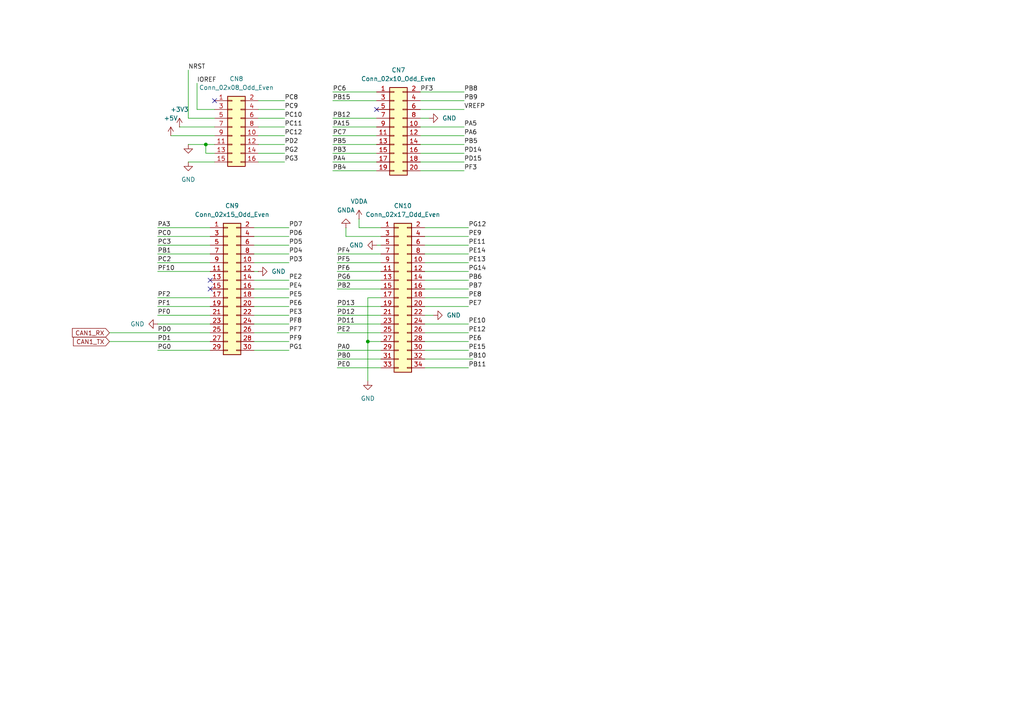
<source format=kicad_sch>
(kicad_sch (version 20231120) (generator "eeschema") (generator_version "8.0")
  (paper "A4")
  (lib_symbols
    (symbol "Connector_Generic:Conn_02x08_Odd_Even" (pin_names (offset 1.016) hide)
      (property "Reference" "J" (at 1.27 10.16 0))
      (property "Value" "Conn_02x08_Odd_Even" (at 1.27 -12.7 0))
      (symbol "Conn_02x08_Odd_Even_1_1"
        (rectangle (start -1.27 -10.033) (end 0 -10.287) (stroke (width 0.1524)))
        (rectangle (start -1.27 -7.493) (end 0 -7.747) (stroke (width 0.1524)))
        (rectangle (start -1.27 -4.953) (end 0 -5.207) (stroke (width 0.1524)))
        (rectangle (start -1.27 -2.413) (end 0 -2.667) (stroke (width 0.1524)))
        (rectangle (start -1.27 0.127) (end 0 -0.127) (stroke (width 0.1524)))
        (rectangle (start -1.27 2.667) (end 0 2.413) (stroke (width 0.1524)))
        (rectangle (start -1.27 5.207) (end 0 4.953) (stroke (width 0.1524)))
        (rectangle (start -1.27 7.747) (end 0 7.493) (stroke (width 0.1524)))
        (rectangle (start -1.27 8.89) (end 3.81 -11.43) (stroke (width 0.254)) (fill (type background)))
        (rectangle (start 3.81 -10.033) (end 2.54 -10.287) (stroke (width 0.1524)))
        (rectangle (start 3.81 -7.493) (end 2.54 -7.747) (stroke (width 0.1524)))
        (rectangle (start 3.81 -4.953) (end 2.54 -5.207) (stroke (width 0.1524)))
        (rectangle (start 3.81 -2.413) (end 2.54 -2.667) (stroke (width 0.1524)))
        (rectangle (start 3.81 0.127) (end 2.54 -0.127) (stroke (width 0.1524)))
        (rectangle (start 3.81 2.667) (end 2.54 2.413) (stroke (width 0.1524)))
        (rectangle (start 3.81 5.207) (end 2.54 4.953) (stroke (width 0.1524)))
        (rectangle (start 3.81 7.747) (end 2.54 7.493) (stroke (width 0.1524)))
        (pin passive line (at -5.08 7.62 0) (length 3.81) (name "Pin_1") (number "1"))
        (pin passive line (at 7.62 -2.54 180) (length 3.81) (name "Pin_10") (number "10"))
        (pin passive line (at -5.08 -5.08 0) (length 3.81) (name "Pin_11") (number "11"))
        (pin passive line (at 7.62 -5.08 180) (length 3.81) (name "Pin_12") (number "12"))
        (pin passive line (at -5.08 -7.62 0) (length 3.81) (name "Pin_13") (number "13"))
        (pin passive line (at 7.62 -7.62 180) (length 3.81) (name "Pin_14") (number "14"))
        (pin passive line (at -5.08 -10.16 0) (length 3.81) (name "Pin_15") (number "15"))
        (pin passive line (at 7.62 -10.16 180) (length 3.81) (name "Pin_16") (number "16"))
        (pin passive line (at 7.62 7.62 180) (length 3.81) (name "Pin_2") (number "2"))
        (pin passive line (at -5.08 5.08 0) (length 3.81) (name "Pin_3") (number "3"))
        (pin passive line (at 7.62 5.08 180) (length 3.81) (name "Pin_4") (number "4"))
        (pin passive line (at -5.08 2.54 0) (length 3.81) (name "Pin_5") (number "5"))
        (pin passive line (at 7.62 2.54 180) (length 3.81) (name "Pin_6") (number "6"))
        (pin passive line (at -5.08 0 0) (length 3.81) (name "Pin_7") (number "7"))
        (pin passive line (at 7.62 0 180) (length 3.81) (name "Pin_8") (number "8"))
        (pin passive line (at -5.08 -2.54 0) (length 3.81) (name "Pin_9") (number "9"))
      )
    )
    (symbol "Connector_Generic:Conn_02x10_Odd_Even" (pin_names (offset 1.016) hide)
      (property "Reference" "J" (at 1.27 12.7 0))
      (property "Value" "Conn_02x10_Odd_Even" (at 1.27 -15.24 0))
      (symbol "Conn_02x10_Odd_Even_1_1"
        (rectangle (start -1.27 -12.573) (end 0 -12.827) (stroke (width 0.1524)))
        (rectangle (start -1.27 -10.033) (end 0 -10.287) (stroke (width 0.1524)))
        (rectangle (start -1.27 -7.493) (end 0 -7.747) (stroke (width 0.1524)))
        (rectangle (start -1.27 -4.953) (end 0 -5.207) (stroke (width 0.1524)))
        (rectangle (start -1.27 -2.413) (end 0 -2.667) (stroke (width 0.1524)))
        (rectangle (start -1.27 0.127) (end 0 -0.127) (stroke (width 0.1524)))
        (rectangle (start -1.27 2.667) (end 0 2.413) (stroke (width 0.1524)))
        (rectangle (start -1.27 5.207) (end 0 4.953) (stroke (width 0.1524)))
        (rectangle (start -1.27 7.747) (end 0 7.493) (stroke (width 0.1524)))
        (rectangle (start -1.27 10.287) (end 0 10.033) (stroke (width 0.1524)))
        (rectangle (start -1.27 11.43) (end 3.81 -13.97) (stroke (width 0.254)) (fill (type background)))
        (rectangle (start 3.81 -12.573) (end 2.54 -12.827) (stroke (width 0.1524)))
        (rectangle (start 3.81 -10.033) (end 2.54 -10.287) (stroke (width 0.1524)))
        (rectangle (start 3.81 -7.493) (end 2.54 -7.747) (stroke (width 0.1524)))
        (rectangle (start 3.81 -4.953) (end 2.54 -5.207) (stroke (width 0.1524)))
        (rectangle (start 3.81 -2.413) (end 2.54 -2.667) (stroke (width 0.1524)))
        (rectangle (start 3.81 0.127) (end 2.54 -0.127) (stroke (width 0.1524)))
        (rectangle (start 3.81 2.667) (end 2.54 2.413) (stroke (width 0.1524)))
        (rectangle (start 3.81 5.207) (end 2.54 4.953) (stroke (width 0.1524)))
        (rectangle (start 3.81 7.747) (end 2.54 7.493) (stroke (width 0.1524)))
        (rectangle (start 3.81 10.287) (end 2.54 10.033) (stroke (width 0.1524)))
        (pin passive line (at -5.08 10.16 0) (length 3.81) (name "Pin_1") (number "1"))
        (pin passive line (at 7.62 0 180) (length 3.81) (name "Pin_10") (number "10"))
        (pin passive line (at -5.08 -2.54 0) (length 3.81) (name "Pin_11") (number "11"))
        (pin passive line (at 7.62 -2.54 180) (length 3.81) (name "Pin_12") (number "12"))
        (pin passive line (at -5.08 -5.08 0) (length 3.81) (name "Pin_13") (number "13"))
        (pin passive line (at 7.62 -5.08 180) (length 3.81) (name "Pin_14") (number "14"))
        (pin passive line (at -5.08 -7.62 0) (length 3.81) (name "Pin_15") (number "15"))
        (pin passive line (at 7.62 -7.62 180) (length 3.81) (name "Pin_16") (number "16"))
        (pin passive line (at -5.08 -10.16 0) (length 3.81) (name "Pin_17") (number "17"))
        (pin passive line (at 7.62 -10.16 180) (length 3.81) (name "Pin_18") (number "18"))
        (pin passive line (at -5.08 -12.7 0) (length 3.81) (name "Pin_19") (number "19"))
        (pin passive line (at 7.62 10.16 180) (length 3.81) (name "Pin_2") (number "2"))
        (pin passive line (at 7.62 -12.7 180) (length 3.81) (name "Pin_20") (number "20"))
        (pin passive line (at -5.08 7.62 0) (length 3.81) (name "Pin_3") (number "3"))
        (pin passive line (at 7.62 7.62 180) (length 3.81) (name "Pin_4") (number "4"))
        (pin passive line (at -5.08 5.08 0) (length 3.81) (name "Pin_5") (number "5"))
        (pin passive line (at 7.62 5.08 180) (length 3.81) (name "Pin_6") (number "6"))
        (pin passive line (at -5.08 2.54 0) (length 3.81) (name "Pin_7") (number "7"))
        (pin passive line (at 7.62 2.54 180) (length 3.81) (name "Pin_8") (number "8"))
        (pin passive line (at -5.08 0 0) (length 3.81) (name "Pin_9") (number "9"))
      )
    )
    (symbol "Connector_Generic:Conn_02x15_Odd_Even" (pin_names (offset 1.016) hide)
      (property "Reference" "J" (at 1.27 20.32 0))
      (property "Value" "Conn_02x15_Odd_Even" (at 1.27 -20.32 0))
      (symbol "Conn_02x15_Odd_Even_1_1"
        (rectangle (start -1.27 -17.653) (end 0 -17.907) (stroke (width 0.1524)))
        (rectangle (start -1.27 -15.113) (end 0 -15.367) (stroke (width 0.1524)))
        (rectangle (start -1.27 -12.573) (end 0 -12.827) (stroke (width 0.1524)))
        (rectangle (start -1.27 -10.033) (end 0 -10.287) (stroke (width 0.1524)))
        (rectangle (start -1.27 -7.493) (end 0 -7.747) (stroke (width 0.1524)))
        (rectangle (start -1.27 -4.953) (end 0 -5.207) (stroke (width 0.1524)))
        (rectangle (start -1.27 -2.413) (end 0 -2.667) (stroke (width 0.1524)))
        (rectangle (start -1.27 0.127) (end 0 -0.127) (stroke (width 0.1524)))
        (rectangle (start -1.27 2.667) (end 0 2.413) (stroke (width 0.1524)))
        (rectangle (start -1.27 5.207) (end 0 4.953) (stroke (width 0.1524)))
        (rectangle (start -1.27 7.747) (end 0 7.493) (stroke (width 0.1524)))
        (rectangle (start -1.27 10.287) (end 0 10.033) (stroke (width 0.1524)))
        (rectangle (start -1.27 12.827) (end 0 12.573) (stroke (width 0.1524)))
        (rectangle (start -1.27 15.367) (end 0 15.113) (stroke (width 0.1524)))
        (rectangle (start -1.27 17.907) (end 0 17.653) (stroke (width 0.1524)))
        (rectangle (start -1.27 19.05) (end 3.81 -19.05) (stroke (width 0.254)) (fill (type background)))
        (rectangle (start 3.81 -17.653) (end 2.54 -17.907) (stroke (width 0.1524)))
        (rectangle (start 3.81 -15.113) (end 2.54 -15.367) (stroke (width 0.1524)))
        (rectangle (start 3.81 -12.573) (end 2.54 -12.827) (stroke (width 0.1524)))
        (rectangle (start 3.81 -10.033) (end 2.54 -10.287) (stroke (width 0.1524)))
        (rectangle (start 3.81 -7.493) (end 2.54 -7.747) (stroke (width 0.1524)))
        (rectangle (start 3.81 -4.953) (end 2.54 -5.207) (stroke (width 0.1524)))
        (rectangle (start 3.81 -2.413) (end 2.54 -2.667) (stroke (width 0.1524)))
        (rectangle (start 3.81 0.127) (end 2.54 -0.127) (stroke (width 0.1524)))
        (rectangle (start 3.81 2.667) (end 2.54 2.413) (stroke (width 0.1524)))
        (rectangle (start 3.81 5.207) (end 2.54 4.953) (stroke (width 0.1524)))
        (rectangle (start 3.81 7.747) (end 2.54 7.493) (stroke (width 0.1524)))
        (rectangle (start 3.81 10.287) (end 2.54 10.033) (stroke (width 0.1524)))
        (rectangle (start 3.81 12.827) (end 2.54 12.573) (stroke (width 0.1524)))
        (rectangle (start 3.81 15.367) (end 2.54 15.113) (stroke (width 0.1524)))
        (rectangle (start 3.81 17.907) (end 2.54 17.653) (stroke (width 0.1524)))
        (pin passive line (at -5.08 17.78 0) (length 3.81) (name "Pin_1") (number "1"))
        (pin passive line (at 7.62 7.62 180) (length 3.81) (name "Pin_10") (number "10"))
        (pin passive line (at -5.08 5.08 0) (length 3.81) (name "Pin_11") (number "11"))
        (pin passive line (at 7.62 5.08 180) (length 3.81) (name "Pin_12") (number "12"))
        (pin passive line (at -5.08 2.54 0) (length 3.81) (name "Pin_13") (number "13"))
        (pin passive line (at 7.62 2.54 180) (length 3.81) (name "Pin_14") (number "14"))
        (pin passive line (at -5.08 0 0) (length 3.81) (name "Pin_15") (number "15"))
        (pin passive line (at 7.62 0 180) (length 3.81) (name "Pin_16") (number "16"))
        (pin passive line (at -5.08 -2.54 0) (length 3.81) (name "Pin_17") (number "17"))
        (pin passive line (at 7.62 -2.54 180) (length 3.81) (name "Pin_18") (number "18"))
        (pin passive line (at -5.08 -5.08 0) (length 3.81) (name "Pin_19") (number "19"))
        (pin passive line (at 7.62 17.78 180) (length 3.81) (name "Pin_2") (number "2"))
        (pin passive line (at 7.62 -5.08 180) (length 3.81) (name "Pin_20") (number "20"))
        (pin passive line (at -5.08 -7.62 0) (length 3.81) (name "Pin_21") (number "21"))
        (pin passive line (at 7.62 -7.62 180) (length 3.81) (name "Pin_22") (number "22"))
        (pin passive line (at -5.08 -10.16 0) (length 3.81) (name "Pin_23") (number "23"))
        (pin passive line (at 7.62 -10.16 180) (length 3.81) (name "Pin_24") (number "24"))
        (pin passive line (at -5.08 -12.7 0) (length 3.81) (name "Pin_25") (number "25"))
        (pin passive line (at 7.62 -12.7 180) (length 3.81) (name "Pin_26") (number "26"))
        (pin passive line (at -5.08 -15.24 0) (length 3.81) (name "Pin_27") (number "27"))
        (pin passive line (at 7.62 -15.24 180) (length 3.81) (name "Pin_28") (number "28"))
        (pin passive line (at -5.08 -17.78 0) (length 3.81) (name "Pin_29") (number "29"))
        (pin passive line (at -5.08 15.24 0) (length 3.81) (name "Pin_3") (number "3"))
        (pin passive line (at 7.62 -17.78 180) (length 3.81) (name "Pin_30") (number "30"))
        (pin passive line (at 7.62 15.24 180) (length 3.81) (name "Pin_4") (number "4"))
        (pin passive line (at -5.08 12.7 0) (length 3.81) (name "Pin_5") (number "5"))
        (pin passive line (at 7.62 12.7 180) (length 3.81) (name "Pin_6") (number "6"))
        (pin passive line (at -5.08 10.16 0) (length 3.81) (name "Pin_7") (number "7"))
        (pin passive line (at 7.62 10.16 180) (length 3.81) (name "Pin_8") (number "8"))
        (pin passive line (at -5.08 7.62 0) (length 3.81) (name "Pin_9") (number "9"))
      )
    )
    (symbol "Connector_Generic:Conn_02x17_Odd_Even" (pin_names (offset 1.016) hide)
      (property "Reference" "J" (at 1.27 22.86 0))
      (property "Value" "Conn_02x17_Odd_Even" (at 1.27 -22.86 0))
      (symbol "Conn_02x17_Odd_Even_1_1"
        (rectangle (start -1.27 -20.193) (end 0 -20.447) (stroke (width 0.1524)))
        (rectangle (start -1.27 -17.653) (end 0 -17.907) (stroke (width 0.1524)))
        (rectangle (start -1.27 -15.113) (end 0 -15.367) (stroke (width 0.1524)))
        (rectangle (start -1.27 -12.573) (end 0 -12.827) (stroke (width 0.1524)))
        (rectangle (start -1.27 -10.033) (end 0 -10.287) (stroke (width 0.1524)))
        (rectangle (start -1.27 -7.493) (end 0 -7.747) (stroke (width 0.1524)))
        (rectangle (start -1.27 -4.953) (end 0 -5.207) (stroke (width 0.1524)))
        (rectangle (start -1.27 -2.413) (end 0 -2.667) (stroke (width 0.1524)))
        (rectangle (start -1.27 0.127) (end 0 -0.127) (stroke (width 0.1524)))
        (rectangle (start -1.27 2.667) (end 0 2.413) (stroke (width 0.1524)))
        (rectangle (start -1.27 5.207) (end 0 4.953) (stroke (width 0.1524)))
        (rectangle (start -1.27 7.747) (end 0 7.493) (stroke (width 0.1524)))
        (rectangle (start -1.27 10.287) (end 0 10.033) (stroke (width 0.1524)))
        (rectangle (start -1.27 12.827) (end 0 12.573) (stroke (width 0.1524)))
        (rectangle (start -1.27 15.367) (end 0 15.113) (stroke (width 0.1524)))
        (rectangle (start -1.27 17.907) (end 0 17.653) (stroke (width 0.1524)))
        (rectangle (start -1.27 20.447) (end 0 20.193) (stroke (width 0.1524)))
        (rectangle (start -1.27 21.59) (end 3.81 -21.59) (stroke (width 0.254)) (fill (type background)))
        (rectangle (start 3.81 -20.193) (end 2.54 -20.447) (stroke (width 0.1524)))
        (rectangle (start 3.81 -17.653) (end 2.54 -17.907) (stroke (width 0.1524)))
        (rectangle (start 3.81 -15.113) (end 2.54 -15.367) (stroke (width 0.1524)))
        (rectangle (start 3.81 -12.573) (end 2.54 -12.827) (stroke (width 0.1524)))
        (rectangle (start 3.81 -10.033) (end 2.54 -10.287) (stroke (width 0.1524)))
        (rectangle (start 3.81 -7.493) (end 2.54 -7.747) (stroke (width 0.1524)))
        (rectangle (start 3.81 -4.953) (end 2.54 -5.207) (stroke (width 0.1524)))
        (rectangle (start 3.81 -2.413) (end 2.54 -2.667) (stroke (width 0.1524)))
        (rectangle (start 3.81 0.127) (end 2.54 -0.127) (stroke (width 0.1524)))
        (rectangle (start 3.81 2.667) (end 2.54 2.413) (stroke (width 0.1524)))
        (rectangle (start 3.81 5.207) (end 2.54 4.953) (stroke (width 0.1524)))
        (rectangle (start 3.81 7.747) (end 2.54 7.493) (stroke (width 0.1524)))
        (rectangle (start 3.81 10.287) (end 2.54 10.033) (stroke (width 0.1524)))
        (rectangle (start 3.81 12.827) (end 2.54 12.573) (stroke (width 0.1524)))
        (rectangle (start 3.81 15.367) (end 2.54 15.113) (stroke (width 0.1524)))
        (rectangle (start 3.81 17.907) (end 2.54 17.653) (stroke (width 0.1524)))
        (rectangle (start 3.81 20.447) (end 2.54 20.193) (stroke (width 0.1524)))
        (pin passive line (at -5.08 20.32 0) (length 3.81) (name "Pin_1") (number "1"))
        (pin passive line (at 7.62 10.16 180) (length 3.81) (name "Pin_10") (number "10"))
        (pin passive line (at -5.08 7.62 0) (length 3.81) (name "Pin_11") (number "11"))
        (pin passive line (at 7.62 7.62 180) (length 3.81) (name "Pin_12") (number "12"))
        (pin passive line (at -5.08 5.08 0) (length 3.81) (name "Pin_13") (number "13"))
        (pin passive line (at 7.62 5.08 180) (length 3.81) (name "Pin_14") (number "14"))
        (pin passive line (at -5.08 2.54 0) (length 3.81) (name "Pin_15") (number "15"))
        (pin passive line (at 7.62 2.54 180) (length 3.81) (name "Pin_16") (number "16"))
        (pin passive line (at -5.08 0 0) (length 3.81) (name "Pin_17") (number "17"))
        (pin passive line (at 7.62 0 180) (length 3.81) (name "Pin_18") (number "18"))
        (pin passive line (at -5.08 -2.54 0) (length 3.81) (name "Pin_19") (number "19"))
        (pin passive line (at 7.62 20.32 180) (length 3.81) (name "Pin_2") (number "2"))
        (pin passive line (at 7.62 -2.54 180) (length 3.81) (name "Pin_20") (number "20"))
        (pin passive line (at -5.08 -5.08 0) (length 3.81) (name "Pin_21") (number "21"))
        (pin passive line (at 7.62 -5.08 180) (length 3.81) (name "Pin_22") (number "22"))
        (pin passive line (at -5.08 -7.62 0) (length 3.81) (name "Pin_23") (number "23"))
        (pin passive line (at 7.62 -7.62 180) (length 3.81) (name "Pin_24") (number "24"))
        (pin passive line (at -5.08 -10.16 0) (length 3.81) (name "Pin_25") (number "25"))
        (pin passive line (at 7.62 -10.16 180) (length 3.81) (name "Pin_26") (number "26"))
        (pin passive line (at -5.08 -12.7 0) (length 3.81) (name "Pin_27") (number "27"))
        (pin passive line (at 7.62 -12.7 180) (length 3.81) (name "Pin_28") (number "28"))
        (pin passive line (at -5.08 -15.24 0) (length 3.81) (name "Pin_29") (number "29"))
        (pin passive line (at -5.08 17.78 0) (length 3.81) (name "Pin_3") (number "3"))
        (pin passive line (at 7.62 -15.24 180) (length 3.81) (name "Pin_30") (number "30"))
        (pin passive line (at -5.08 -17.78 0) (length 3.81) (name "Pin_31") (number "31"))
        (pin passive line (at 7.62 -17.78 180) (length 3.81) (name "Pin_32") (number "32"))
        (pin passive line (at -5.08 -20.32 0) (length 3.81) (name "Pin_33") (number "33"))
        (pin passive line (at 7.62 -20.32 180) (length 3.81) (name "Pin_34") (number "34"))
        (pin passive line (at 7.62 17.78 180) (length 3.81) (name "Pin_4") (number "4"))
        (pin passive line (at -5.08 15.24 0) (length 3.81) (name "Pin_5") (number "5"))
        (pin passive line (at 7.62 15.24 180) (length 3.81) (name "Pin_6") (number "6"))
        (pin passive line (at -5.08 12.7 0) (length 3.81) (name "Pin_7") (number "7"))
        (pin passive line (at 7.62 12.7 180) (length 3.81) (name "Pin_8") (number "8"))
        (pin passive line (at -5.08 10.16 0) (length 3.81) (name "Pin_9") (number "9"))
      )
    )
    (symbol "power:+3V3" (power) (pin_numbers hide) (pin_names (offset 0) hide)
      (property "Value" "+3V3" (at 0 3.556 0))
      (symbol "+3V3_0_1"
        (polyline (pts (xy -0.762 1.27) (xy 0 2.54)))
        (polyline (pts (xy 0 0) (xy 0 2.54)))
        (polyline (pts (xy 0 2.54) (xy 0.762 1.27)))
      )
      (symbol "+3V3_1_1"
        (pin power_in line (at 0 0 90) (length 0) (name "~") (number "1"))
      )
    )
    (symbol "power:+5V" (power) (pin_numbers hide) (pin_names (offset 0) hide)
      (property "Value" "+5V" (at 0 3.556 0))
      (symbol "+5V_0_1"
        (polyline (pts (xy -0.762 1.27) (xy 0 2.54)))
        (polyline (pts (xy 0 0) (xy 0 2.54)))
        (polyline (pts (xy 0 2.54) (xy 0.762 1.27)))
      )
      (symbol "+5V_1_1"
        (pin power_in line (at 0 0 90) (length 0) (name "~") (number "1"))
      )
    )
    (symbol "power:GND" (power) (pin_numbers hide) (pin_names (offset 0) hide)
      (property "Value" "GND" (at 0 -3.81 0))
      (symbol "GND_0_1"
        (polyline (pts (xy 0 0) (xy 0 -1.27) (xy 1.27 -1.27) (xy 0 -2.54) (xy -1.27 -1.27) (xy 0 -1.27)))
      )
      (symbol "GND_1_1"
        (pin power_in line (at 0 0 270) (length 0) (name "~") (number "1"))
      )
    )
    (symbol "power:GNDA" (power) (pin_numbers hide) (pin_names (offset 0) hide)
      (property "Value" "GNDA" (at 0 -3.81 0))
      (symbol "GNDA_0_1"
        (polyline (pts (xy 0 0) (xy 0 -1.27) (xy 1.27 -1.27) (xy 0 -2.54) (xy -1.27 -1.27) (xy 0 -1.27)))
      )
      (symbol "GNDA_1_1"
        (pin power_in line (at 0 0 270) (length 0) (name "~") (number "1"))
      )
    )
    (symbol "power:VDDA" (power) (pin_numbers hide) (pin_names (offset 0) hide)
      (property "Value" "VDDA" (at 0 3.556 0))
      (symbol "VDDA_0_1"
        (polyline (pts (xy -0.762 1.27) (xy 0 2.54)))
        (polyline (pts (xy 0 0) (xy 0 2.54)))
        (polyline (pts (xy 0 2.54) (xy 0.762 1.27)))
      )
      (symbol "VDDA_1_1"
        (pin power_in line (at 0 0 90) (length 0) (name "~") (number "1"))
      )
    )
  )
  (junction (at 106.68 99.06))
  (junction (at 59.69 41.91))
  (no_connect (at 109.22 31.75))
  (no_connect (at 62.23 29.21))
  (no_connect (at 60.96 81.28))
  (no_connect (at 60.96 83.82))
  (wire (pts (xy 97.79 88.9) (xy 110.49 88.9)))
  (wire (pts (xy 110.49 86.36) (xy 106.68 86.36)))
  (wire (pts (xy 45.72 93.98) (xy 60.96 93.98)))
  (wire (pts (xy 31.75 99.06) (xy 60.96 99.06)))
  (wire (pts (xy 123.19 88.9) (xy 135.89 88.9)))
  (wire (pts (xy 74.93 29.21) (xy 82.55 29.21)))
  (wire (pts (xy 96.52 34.29) (xy 109.22 34.29)))
  (wire (pts (xy 96.52 36.83) (xy 109.22 36.83)))
  (wire (pts (xy 123.19 106.68) (xy 135.89 106.68)))
  (wire (pts (xy 106.68 99.06) (xy 106.68 110.49)))
  (wire (pts (xy 121.92 34.29) (xy 124.46 34.29)))
  (wire (pts (xy 106.68 86.36) (xy 106.68 99.06)))
  (wire (pts (xy 73.66 73.66) (xy 83.82 73.66)))
  (wire (pts (xy 54.61 34.29) (xy 54.61 20.32)))
  (wire (pts (xy 123.19 83.82) (xy 135.89 83.82)))
  (wire (pts (xy 110.49 68.58) (xy 100.33 68.58)))
  (wire (pts (xy 59.69 41.91) (xy 62.23 41.91)))
  (wire (pts (xy 45.72 91.44) (xy 60.96 91.44)))
  (wire (pts (xy 74.93 36.83) (xy 82.55 36.83)))
  (wire (pts (xy 62.23 44.45) (xy 59.69 44.45)))
  (wire (pts (xy 97.79 81.28) (xy 110.49 81.28)))
  (wire (pts (xy 121.92 29.21) (xy 134.62 29.21)))
  (wire (pts (xy 123.19 76.2) (xy 135.89 76.2)))
  (wire (pts (xy 57.15 31.75) (xy 62.23 31.75)))
  (wire (pts (xy 121.92 49.53) (xy 134.62 49.53)))
  (wire (pts (xy 45.72 73.66) (xy 60.96 73.66)))
  (wire (pts (xy 96.52 41.91) (xy 109.22 41.91)))
  (wire (pts (xy 123.19 93.98) (xy 135.89 93.98)))
  (wire (pts (xy 73.66 81.28) (xy 83.82 81.28)))
  (wire (pts (xy 97.79 76.2) (xy 110.49 76.2)))
  (wire (pts (xy 97.79 83.82) (xy 110.49 83.82)))
  (wire (pts (xy 52.07 36.83) (xy 62.23 36.83)))
  (wire (pts (xy 121.92 39.37) (xy 134.62 39.37)))
  (wire (pts (xy 104.14 63.5) (xy 104.14 66.04)))
  (wire (pts (xy 73.66 66.04) (xy 83.82 66.04)))
  (wire (pts (xy 123.19 71.12) (xy 135.89 71.12)))
  (wire (pts (xy 97.79 78.74) (xy 110.49 78.74)))
  (wire (pts (xy 74.93 34.29) (xy 82.55 34.29)))
  (wire (pts (xy 73.66 83.82) (xy 83.82 83.82)))
  (wire (pts (xy 121.92 46.99) (xy 134.62 46.99)))
  (wire (pts (xy 73.66 71.12) (xy 83.82 71.12)))
  (wire (pts (xy 73.66 96.52) (xy 83.82 96.52)))
  (wire (pts (xy 121.92 44.45) (xy 134.62 44.45)))
  (wire (pts (xy 45.72 101.6) (xy 60.96 101.6)))
  (wire (pts (xy 96.52 44.45) (xy 109.22 44.45)))
  (wire (pts (xy 123.19 73.66) (xy 135.89 73.66)))
  (wire (pts (xy 123.19 99.06) (xy 135.89 99.06)))
  (wire (pts (xy 73.66 76.2) (xy 83.82 76.2)))
  (wire (pts (xy 123.19 66.04) (xy 135.89 66.04)))
  (wire (pts (xy 45.72 76.2) (xy 60.96 76.2)))
  (wire (pts (xy 73.66 99.06) (xy 83.82 99.06)))
  (wire (pts (xy 73.66 86.36) (xy 83.82 86.36)))
  (wire (pts (xy 121.92 36.83) (xy 134.62 36.83)))
  (wire (pts (xy 73.66 88.9) (xy 83.82 88.9)))
  (wire (pts (xy 82.55 41.91) (xy 74.93 41.91)))
  (wire (pts (xy 123.19 91.44) (xy 125.73 91.44)))
  (wire (pts (xy 45.72 88.9) (xy 60.96 88.9)))
  (wire (pts (xy 123.19 104.14) (xy 137.16 104.14)))
  (wire (pts (xy 57.15 31.75) (xy 57.15 24.13)))
  (wire (pts (xy 123.19 68.58) (xy 135.89 68.58)))
  (wire (pts (xy 45.72 78.74) (xy 60.96 78.74)))
  (wire (pts (xy 97.79 73.66) (xy 110.49 73.66)))
  (wire (pts (xy 110.49 91.44) (xy 97.79 91.44)))
  (wire (pts (xy 45.72 71.12) (xy 60.96 71.12)))
  (wire (pts (xy 97.79 106.68) (xy 110.49 106.68)))
  (wire (pts (xy 73.66 68.58) (xy 83.82 68.58)))
  (wire (pts (xy 96.52 26.67) (xy 109.22 26.67)))
  (wire (pts (xy 121.92 31.75) (xy 134.62 31.75)))
  (wire (pts (xy 97.79 93.98) (xy 110.49 93.98)))
  (wire (pts (xy 96.52 29.21) (xy 109.22 29.21)))
  (wire (pts (xy 96.52 39.37) (xy 109.22 39.37)))
  (wire (pts (xy 109.22 71.12) (xy 110.49 71.12)))
  (wire (pts (xy 49.53 39.37) (xy 62.23 39.37)))
  (wire (pts (xy 82.55 39.37) (xy 74.93 39.37)))
  (wire (pts (xy 123.19 96.52) (xy 135.89 96.52)))
  (wire (pts (xy 59.69 41.91) (xy 59.69 44.45)))
  (wire (pts (xy 73.66 91.44) (xy 83.82 91.44)))
  (wire (pts (xy 31.75 96.52) (xy 60.96 96.52)))
  (wire (pts (xy 123.19 78.74) (xy 135.89 78.74)))
  (wire (pts (xy 96.52 49.53) (xy 109.22 49.53)))
  (wire (pts (xy 106.68 99.06) (xy 110.49 99.06)))
  (wire (pts (xy 54.61 46.99) (xy 62.23 46.99)))
  (wire (pts (xy 73.66 93.98) (xy 83.82 93.98)))
  (wire (pts (xy 45.72 68.58) (xy 60.96 68.58)))
  (wire (pts (xy 82.55 46.99) (xy 74.93 46.99)))
  (wire (pts (xy 54.61 34.29) (xy 62.23 34.29)))
  (wire (pts (xy 45.72 66.04) (xy 60.96 66.04)))
  (wire (pts (xy 74.93 31.75) (xy 82.55 31.75)))
  (wire (pts (xy 104.14 66.04) (xy 110.49 66.04)))
  (wire (pts (xy 97.79 104.14) (xy 110.49 104.14)))
  (wire (pts (xy 123.19 86.36) (xy 135.89 86.36)))
  (wire (pts (xy 97.79 96.52) (xy 110.49 96.52)))
  (wire (pts (xy 123.19 101.6) (xy 135.89 101.6)))
  (wire (pts (xy 100.33 68.58) (xy 100.33 66.04)))
  (wire (pts (xy 82.55 44.45) (xy 74.93 44.45)))
  (wire (pts (xy 73.66 78.74) (xy 74.93 78.74)))
  (wire (pts (xy 54.61 41.91) (xy 59.69 41.91)))
  (wire (pts (xy 60.96 86.36) (xy 45.72 86.36)))
  (wire (pts (xy 123.19 81.28) (xy 135.89 81.28)))
  (wire (pts (xy 73.66 101.6) (xy 83.82 101.6)))
  (wire (pts (xy 121.92 41.91) (xy 134.62 41.91)))
  (wire (pts (xy 97.79 101.6) (xy 110.49 101.6)))
  (wire (pts (xy 121.92 26.67) (xy 134.62 26.67)))
  (wire (pts (xy 109.22 46.99) (xy 96.52 46.99)))
  (label "PE7" (at 135.89 88.9 0))
  (label "PC8" (at 82.55 29.21 0))
  (label "PB6" (at 135.89 81.28 0))
  (label "PD1" (at 45.72 99.06 0))
  (label "PB7" (at 135.89 83.82 0))
  (label "PB10" (at 135.89 104.14 0))
  (label "PB8" (at 134.62 26.67 0))
  (label "PE14" (at 135.89 73.66 0))
  (label "PD5" (at 83.82 71.12 0))
  (label "PB3" (at 96.52 44.45 0))
  (label "PG12" (at 135.89 66.04 0))
  (label "PA5" (at 134.62 36.83 0))
  (label "PC12" (at 82.55 39.37 0))
  (label "IOREF" (at 57.15 24.13 0))
  (label "PF2" (at 45.72 86.36 0))
  (label "PE9" (at 135.89 68.58 0))
  (label "PD4" (at 83.82 73.66 0))
  (label "PE12" (at 135.89 96.52 0))
  (label "PF4" (at 97.79 73.66 0))
  (label "PG2" (at 82.55 44.45 0))
  (label "PC7" (at 96.52 39.37 0))
  (label "PE0" (at 97.79 106.68 0))
  (label "PF5" (at 97.79 76.2 0))
  (label "PF9" (at 83.82 99.06 0))
  (label "PE2" (at 83.82 81.28 0))
  (label "PB12" (at 96.52 34.29 0))
  (label "PE4" (at 83.82 83.82 0))
  (label "PB9" (at 134.62 29.21 0))
  (label "PC3" (at 45.72 71.12 0))
  (label "PF7" (at 83.82 96.52 0))
  (label "PA6" (at 134.62 39.37 0))
  (label "PB5" (at 134.62 41.91 0))
  (label "PF0" (at 45.72 91.44 0))
  (label "PA3" (at 45.72 66.04 0))
  (label "PB0" (at 97.79 104.14 0))
  (label "PF1" (at 45.72 88.9 0))
  (label "PE6" (at 135.89 99.06 0))
  (label "PD2" (at 82.55 41.91 0))
  (label "PC11" (at 82.55 36.83 0))
  (label "PE10" (at 135.89 93.98 0))
  (label "PB1" (at 45.72 73.66 0))
  (label "PF10" (at 45.72 78.74 0))
  (label "PA15" (at 96.52 36.83 0))
  (label "PD13" (at 97.79 88.9 0))
  (label "PG6" (at 97.79 81.28 0))
  (label "PE2" (at 97.79 96.52 0))
  (label "PB2" (at 97.79 83.82 0))
  (label "PF8" (at 83.82 93.98 0))
  (label "PF6" (at 97.79 78.74 0))
  (label "PC6" (at 96.52 26.67 0))
  (label "PB11" (at 135.89 106.68 0))
  (label "PB4" (at 96.52 49.53 0))
  (label "PG0" (at 45.72 101.6 0))
  (label "PG3" (at 82.55 46.99 0))
  (label "PD12" (at 97.79 91.44 0))
  (label "PE15" (at 135.89 101.6 0))
  (label "PD6" (at 83.82 68.58 0))
  (label "PA4" (at 96.52 46.99 0))
  (label "PE6" (at 83.82 88.9 0))
  (label "PE11" (at 135.89 71.12 0))
  (label "PC10" (at 82.55 34.29 0))
  (label "PF3" (at 121.92 26.67 0))
  (label "PE3" (at 83.82 91.44 0))
  (label "VREFP" (at 134.62 31.75 0))
  (label "PF3" (at 134.62 49.53 0))
  (label "PE13" (at 135.89 76.2 0))
  (label "PC2" (at 45.72 76.2 0))
  (label "PA0" (at 97.79 101.6 0))
  (label "PE5" (at 83.82 86.36 0))
  (label "PB15" (at 96.52 29.21 0))
  (label "PC9" (at 82.55 31.75 0))
  (label "PC0" (at 45.72 68.58 0))
  (label "PG14" (at 135.89 78.74 0))
  (label "PD0" (at 45.72 96.52 0))
  (label "PB5" (at 96.52 41.91 0))
  (label "PD14" (at 134.62 44.45 0))
  (label "PD7" (at 83.82 66.04 0))
  (label "PD15" (at 134.62 46.99 0))
  (label "NRST" (at 54.61 20.32 0))
  (label "PD11" (at 97.79 93.98 0))
  (label "PE8" (at 135.89 86.36 0))
  (label "PD3" (at 83.82 76.2 0))
  (label "PG1" (at 83.82 101.6 0))
  (global_label "CAN1_RX" (shape input) (at 31.75 96.52 180) (property "Intersheetrefs" "${INTERSHEET_REFS}" (effects (hide yes))))
  (global_label "CAN1_TX" (shape input) (at 31.75 99.06 180) (property "Intersheetrefs" "${INTERSHEET_REFS}" (effects (hide yes))))
  (symbol (lib_id "power:GND") (at 54.61 41.91 0) (unit 1)
    (property "Reference" "#PWR04" (effects (hide yes)))
    (property "Value" "GND" (effects (hide yes)))
    (property "Description" "Power symbol creates a global label with name \"GND\" , ground" (effects (hide yes)))
  )
  (symbol (lib_id "power:GND") (at 54.61 46.99 0) (unit 1)
    (property "Reference" "#PWR05" (effects (hide yes)))
    (property "Value" "GND" (at 54.61 52.07 0))
    (property "Description" "Power symbol creates a global label with name \"GND\" , ground" (effects (hide yes)))
  )
  (symbol (lib_id "power:GND") (at 106.68 110.49 0) (unit 1)
    (property "Reference" "#PWR09" (effects (hide yes)))
    (property "Value" "GND" (at 106.68 115.57 0))
    (property "Description" "Power symbol creates a global label with name \"GND\" , ground" (effects (hide yes)))
  )
  (symbol (lib_id "Connector_Generic:Conn_02x15_Odd_Even") (at 66.04 83.82 0) (unit 1)
    (property "Reference" "CN9" (at 67.31 59.69 0))
    (property "Value" "Conn_02x15_Odd_Even" (at 67.31 62.23 0))
    (property "Footprint" "Connector_PinHeader_2.54mm:PinHeader_2x15_P2.54mm_Vertical" (effects (hide yes)))
    (property "Description" "Generic connector, double row, 02x15, odd/even pin numbering scheme (row 1 odd numbers, row 2 even numbers), script generated (kicad-library-utils/schlib/autogen/connector/)" (effects (hide yes)))
  )
  (symbol (lib_id "Connector_Generic:Conn_02x08_Odd_Even") (at 67.31 36.83 0) (unit 1)
    (property "Reference" "CN8" (at 68.58 22.86 0))
    (property "Value" "Conn_02x08_Odd_Even" (at 68.58 25.4 0))
    (property "Footprint" "Connector_PinHeader_2.54mm:PinHeader_2x08_P2.54mm_Vertical" (effects (hide yes)))
    (property "Description" "Generic connector, double row, 02x08, odd/even pin numbering scheme (row 1 odd numbers, row 2 even numbers), script generated (kicad-library-utils/schlib/autogen/connector/)" (effects (hide yes)))
  )
  (symbol (lib_id "power:VDDA") (at 104.14 63.5 0) (unit 1)
    (property "Reference" "#PWR08" (effects (hide yes)))
    (property "Value" "VDDA" (at 104.14 58.42 0))
    (property "Description" "Power symbol creates a global label with name \"VDDA\"" (effects (hide yes)))
  )
  (symbol (lib_id "power:GND") (at 109.22 71.12 270) (unit 1)
    (property "Reference" "#PWR010" (effects (hide yes)))
    (property "Value" "GND" (at 105.41 71.1199 90) (effects (justify right)))
    (property "Description" "Power symbol creates a global label with name \"GND\" , ground" (effects (hide yes)))
  )
  (symbol (lib_id "power:+5V") (at 49.53 39.37 0) (unit 1)
    (property "Reference" "#PWR02" (effects (hide yes)))
    (property "Value" "+5V" (at 49.53 34.29 0))
    (property "Description" "Power symbol creates a global label with name \"+5V\"" (effects (hide yes)))
  )
  (symbol (lib_id "power:+3V3") (at 52.07 36.83 0) (unit 1)
    (property "Reference" "#PWR03" (effects (hide yes)))
    (property "Value" "+3V3" (at 52.07 31.75 0))
    (property "Description" "Power symbol creates a global label with name \"+3V3\"" (effects (hide yes)))
  )
  (symbol (lib_id "power:GND") (at 45.72 93.98 270) (unit 1)
    (property "Reference" "#PWR01" (effects (hide yes)))
    (property "Value" "GND" (at 41.91 93.9799 90) (effects (justify right)))
    (property "Description" "Power symbol creates a global label with name \"GND\" , ground" (effects (hide yes)))
  )
  (symbol (lib_id "power:GND") (at 74.93 78.74 90) (unit 1)
    (property "Reference" "#PWR06" (effects (hide yes)))
    (property "Value" "GND" (at 78.74 78.7399 90) (effects (justify right)))
    (property "Description" "Power symbol creates a global label with name \"GND\" , ground" (effects (hide yes)))
  )
  (symbol (lib_id "Connector_Generic:Conn_02x10_Odd_Even") (at 114.3 36.83 0) (unit 1)
    (property "Reference" "CN7" (at 115.57 20.32 0))
    (property "Value" "Conn_02x10_Odd_Even" (at 115.57 22.86 0))
    (property "Footprint" "Connector_PinHeader_2.54mm:PinHeader_2x10_P2.54mm_Vertical" (effects (hide yes)))
    (property "Description" "Generic connector, double row, 02x10, odd/even pin numbering scheme (row 1 odd numbers, row 2 even numbers), script generated (kicad-library-utils/schlib/autogen/connector/)" (effects (hide yes)))
  )
  (symbol (lib_id "power:GNDA") (at 100.33 66.04 180) (unit 1)
    (property "Reference" "#PWR07" (effects (hide yes)))
    (property "Value" "GNDA" (at 100.33 60.96 0))
    (property "Description" "Power symbol creates a global label with name \"GNDA\" , analog ground" (effects (hide yes)))
  )
  (symbol (lib_id "Connector_Generic:Conn_02x17_Odd_Even") (at 115.57 86.36 0) (unit 1)
    (property "Reference" "CN10" (at 116.84 59.69 0))
    (property "Value" "Conn_02x17_Odd_Even" (at 116.84 62.23 0))
    (property "Footprint" "Connector_PinHeader_2.54mm:PinHeader_2x17_P2.54mm_Vertical" (effects (hide yes)))
    (property "Description" "Generic connector, double row, 02x17, odd/even pin numbering scheme (row 1 odd numbers, row 2 even numbers), script generated (kicad-library-utils/schlib/autogen/connector/)" (effects (hide yes)))
  )
  (symbol (lib_id "power:GND") (at 125.73 91.44 90) (unit 1)
    (property "Reference" "#PWR012" (effects (hide yes)))
    (property "Value" "GND" (at 129.54 91.4399 90) (effects (justify right)))
    (property "Description" "Power symbol creates a global label with name \"GND\" , ground" (effects (hide yes)))
  )
  (symbol (lib_id "power:GND") (at 124.46 34.29 90) (unit 1)
    (property "Reference" "#PWR011" (effects (hide yes)))
    (property "Value" "GND" (at 128.27 34.2899 90) (effects (justify right)))
    (property "Description" "Power symbol creates a global label with name \"GND\" , ground" (effects (hide yes)))
  )
)
</source>
